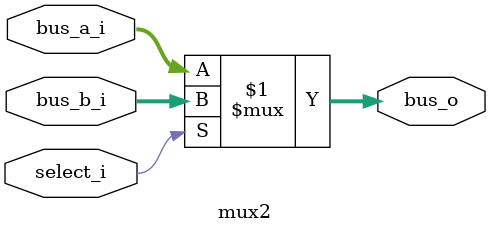
<source format=sv>
/* 
 *
 *
 * @file  mux2.sv
 * @autor Luis Arturo Mora Granados
 * @date  14/09/2018
 * @src   Based on code found in Harris, D., & Harris, S. 
 *        Digital design and computer architecture. Elsevier. 2012.
 */

module mux2 #(BITS = 3)
(
	 input logic[BITS-1:0] bus_a_i, bus_b_i,
	 input logic select_i,
	output logic[BITS-1:0] bus_o
);
	assign bus_o = select_i ? bus_b_i : bus_a_i;
endmodule

</source>
